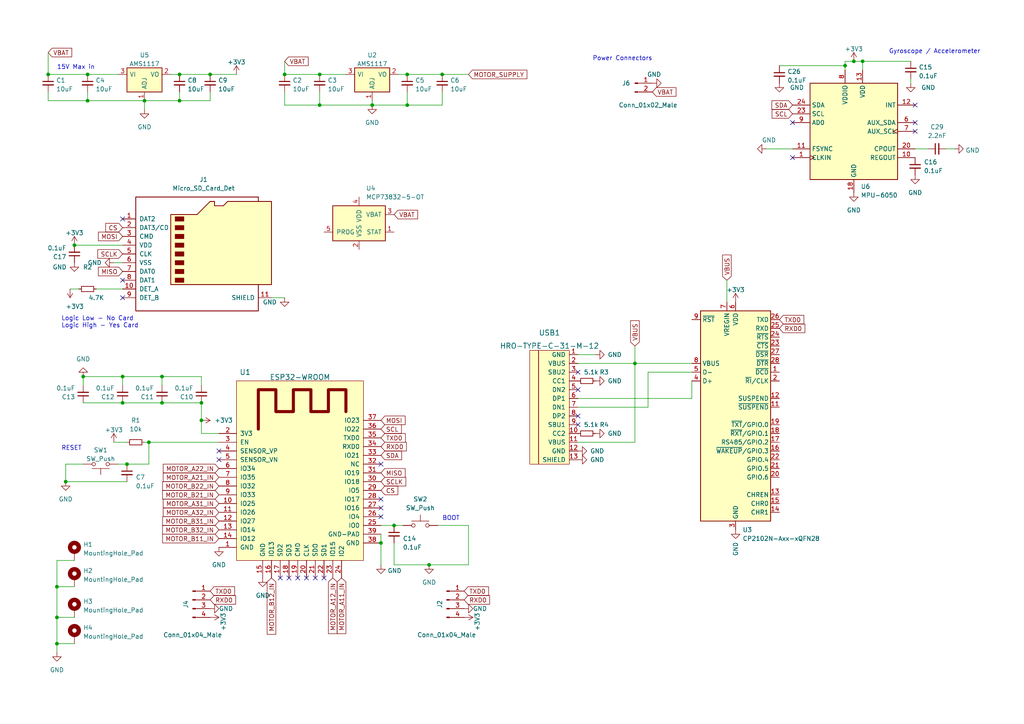
<source format=kicad_sch>
(kicad_sch (version 20211123) (generator eeschema)
  (paper "A4")
  (lib_symbols
    (symbol "Battery_Management:MCP73832-5-OT" (pin_names (offset 1.016))
      (property "Reference" "U" (at -7.62 6.35 0))
      (property "Value" "MCP73832-5-OT" (at 1.27 6.35 0))
      (symbol "MCP73832-5-OT_0_1"
        (rectangle (start -7.62 5.08) (end 7.62 -5.08) (stroke (width 0.254)) (fill (type background)))
      )
      (symbol "MCP73832-5-OT_1_1"
        (pin output line (at 10.16 -2.54 180) (length 2.54) (name "STAT") (number "1"))
        (pin power_in line (at 0 -7.62 90) (length 2.54) (name "VSS") (number "2"))
        (pin power_out line (at 10.16 2.54 180) (length 2.54) (name "VBAT") (number "3"))
        (pin power_in line (at 0 7.62 270) (length 2.54) (name "VDD") (number "4"))
        (pin input line (at -10.16 -2.54 0) (length 2.54) (name "PROG") (number "5"))
      )
    )
    (symbol "Connector:Conn_01x02_Male" (pin_names (offset 1.016) hide)
      (property "Reference" "J" (at 0 2.54 0))
      (property "Value" "Conn_01x02_Male" (at 0 -5.08 0))
      (symbol "Conn_01x02_Male_1_1"
        (polyline (pts (xy 1.27 -2.54) (xy 0.8636 -2.54)) (stroke (width 0.1524)))
        (polyline (pts (xy 1.27 0) (xy 0.8636 0)) (stroke (width 0.1524)))
        (rectangle (start 0.8636 -2.413) (end 0 -2.667) (stroke (width 0.1524)) (fill (type outline)))
        (rectangle (start 0.8636 0.127) (end 0 -0.127) (stroke (width 0.1524)) (fill (type outline)))
        (pin passive line (at 5.08 0 180) (length 3.81) (name "Pin_1") (number "1"))
        (pin passive line (at 5.08 -2.54 180) (length 3.81) (name "Pin_2") (number "2"))
      )
    )
    (symbol "Connector:Conn_01x04_Male" (pin_names (offset 1.016) hide)
      (property "Reference" "J" (at 0 5.08 0))
      (property "Value" "Conn_01x04_Male" (at 0 -7.62 0))
      (symbol "Conn_01x04_Male_1_1"
        (polyline (pts (xy 1.27 -5.08) (xy 0.8636 -5.08)) (stroke (width 0.1524)))
        (polyline (pts (xy 1.27 -2.54) (xy 0.8636 -2.54)) (stroke (width 0.1524)))
        (polyline (pts (xy 1.27 0) (xy 0.8636 0)) (stroke (width 0.1524)))
        (polyline (pts (xy 1.27 2.54) (xy 0.8636 2.54)) (stroke (width 0.1524)))
        (rectangle (start 0.8636 -4.953) (end 0 -5.207) (stroke (width 0.1524)) (fill (type outline)))
        (rectangle (start 0.8636 -2.413) (end 0 -2.667) (stroke (width 0.1524)) (fill (type outline)))
        (rectangle (start 0.8636 0.127) (end 0 -0.127) (stroke (width 0.1524)) (fill (type outline)))
        (rectangle (start 0.8636 2.667) (end 0 2.413) (stroke (width 0.1524)) (fill (type outline)))
        (pin passive line (at 5.08 2.54 180) (length 3.81) (name "Pin_1") (number "1"))
        (pin passive line (at 5.08 0 180) (length 3.81) (name "Pin_2") (number "2"))
        (pin passive line (at 5.08 -2.54 180) (length 3.81) (name "Pin_3") (number "3"))
        (pin passive line (at 5.08 -5.08 180) (length 3.81) (name "Pin_4") (number "4"))
      )
    )
    (symbol "Connector:Micro_SD_Card_Det" (pin_names (offset 1.016))
      (property "Reference" "J" (at -16.51 17.78 0))
      (property "Value" "Micro_SD_Card_Det" (at 16.51 17.78 0))
      (symbol "Micro_SD_Card_Det_0_1"
        (rectangle (start -7.62 -6.985) (end -5.08 -8.255) (fill (type outline)))
        (rectangle (start -7.62 -4.445) (end -5.08 -5.715) (fill (type outline)))
        (rectangle (start -7.62 -1.905) (end -5.08 -3.175) (fill (type outline)))
        (rectangle (start -7.62 0.635) (end -5.08 -0.635) (fill (type outline)))
        (rectangle (start -7.62 3.175) (end -5.08 1.905) (fill (type outline)))
        (rectangle (start -7.62 5.715) (end -5.08 4.445) (fill (type outline)))
        (rectangle (start -7.62 8.255) (end -5.08 6.985) (fill (type outline)))
        (rectangle (start -7.62 10.795) (end -5.08 9.525) (fill (type outline)))
        (polyline (pts (xy 16.51 15.24) (xy 16.51 16.51) (xy -19.05 16.51) (xy -19.05 -16.51) (xy 16.51 -16.51) (xy 16.51 -8.89)) (stroke (width 0.254)))
        (polyline (pts (xy -8.89 -8.89) (xy -8.89 11.43) (xy -1.27 11.43) (xy 2.54 15.24) (xy 3.81 15.24) (xy 3.81 13.97) (xy 6.35 13.97) (xy 7.62 15.24) (xy 20.32 15.24) (xy 20.32 -8.89) (xy -8.89 -8.89)) (stroke (width 0.254)) (fill (type background)))
      )
      (symbol "Micro_SD_Card_Det_1_1"
        (pin bidirectional line (at -22.86 10.16 0) (length 3.81) (name "DAT2") (number "1"))
        (pin passive line (at -22.86 -10.16 0) (length 3.81) (name "DET_A") (number "10"))
        (pin passive line (at 20.32 -12.7 180) (length 3.81) (name "SHIELD") (number "11"))
        (pin bidirectional line (at -22.86 7.62 0) (length 3.81) (name "DAT3/CD") (number "2"))
        (pin input line (at -22.86 5.08 0) (length 3.81) (name "CMD") (number "3"))
        (pin power_in line (at -22.86 2.54 0) (length 3.81) (name "VDD") (number "4"))
        (pin input line (at -22.86 0 0) (length 3.81) (name "CLK") (number "5"))
        (pin power_in line (at -22.86 -2.54 0) (length 3.81) (name "VSS") (number "6"))
        (pin bidirectional line (at -22.86 -5.08 0) (length 3.81) (name "DAT0") (number "7"))
        (pin bidirectional line (at -22.86 -7.62 0) (length 3.81) (name "DAT1") (number "8"))
        (pin passive line (at -22.86 -12.7 0) (length 3.81) (name "DET_B") (number "9"))
      )
    )
    (symbol "Device:C_Small" (pin_numbers hide) (pin_names (offset 0.254) hide)
      (property "Reference" "C" (at 0.254 1.778 0))
      (property "Value" "C_Small" (at 0.254 -2.032 0))
      (symbol "C_Small_0_1"
        (polyline (pts (xy -1.524 -0.508) (xy 1.524 -0.508)) (stroke (width 0.3302)))
        (polyline (pts (xy -1.524 0.508) (xy 1.524 0.508)) (stroke (width 0.3048)))
      )
      (symbol "C_Small_1_1"
        (pin passive line (at 0 2.54 270) (length 2.032) (name "~") (number "1"))
        (pin passive line (at 0 -2.54 90) (length 2.032) (name "~") (number "2"))
      )
    )
    (symbol "Device:R_Small" (pin_numbers hide) (pin_names (offset 0.254) hide)
      (property "Reference" "R" (at 0.762 0.508 0))
      (property "Value" "R_Small" (at 0.762 -1.016 0))
      (symbol "R_Small_0_1"
        (rectangle (start -0.762 1.778) (end 0.762 -1.778) (stroke (width 0.2032)))
      )
      (symbol "R_Small_1_1"
        (pin passive line (at 0 2.54 270) (length 0.762) (name "~") (number "1"))
        (pin passive line (at 0 -2.54 90) (length 0.762) (name "~") (number "2"))
      )
    )
    (symbol "ESP32-footprints-Shem-Lib:ESP32-WROOM" (pin_names (offset 1.016))
      (property "Reference" "U" (at -17.78 31.75 0))
      (property "Value" "ESP32-WROOM" (at 12.7 31.75 0))
      (symbol "ESP32-WROOM_0_1"
        (rectangle (start -19.05 30.48) (end 17.78 -21.59) (fill (type background)))
        (polyline (pts (xy -12.7 16.51) (xy -12.7 27.94) (xy -7.62 27.94) (xy -7.62 21.59) (xy -2.54 21.59) (xy -2.54 27.94) (xy 2.54 27.94) (xy 2.54 21.59) (xy 7.62 21.59) (xy 7.62 27.94) (xy 12.7 27.94) (xy 12.7 21.59)) (stroke (width 0.889)))
      )
      (symbol "ESP32-WROOM_1_1"
        (pin input line (at -24.13 -17.78 0) (length 5.08) (name "GND") (number "1"))
        (pin input line (at -24.13 -5.08 0) (length 5.08) (name "IO25") (number "10"))
        (pin input line (at -24.13 -7.62 0) (length 5.08) (name "IO26") (number "11"))
        (pin input line (at -24.13 -10.16 0) (length 5.08) (name "IO27") (number "12"))
        (pin input line (at -24.13 -12.7 0) (length 5.08) (name "IO14") (number "13"))
        (pin input line (at -24.13 -15.24 0) (length 5.08) (name "IO12") (number "14"))
        (pin input line (at -11.43 -26.67 90) (length 5.08) (name "GND") (number "15"))
        (pin input line (at -8.89 -26.67 90) (length 5.08) (name "IO13") (number "16"))
        (pin input line (at -6.35 -26.67 90) (length 5.08) (name "SD2") (number "17"))
        (pin input line (at -3.81 -26.67 90) (length 5.08) (name "SD3") (number "18"))
        (pin input line (at -1.27 -26.67 90) (length 5.08) (name "CMD") (number "19"))
        (pin input line (at -24.13 15.24 0) (length 5.08) (name "3V3") (number "2"))
        (pin input line (at 1.27 -26.67 90) (length 5.08) (name "CLK") (number "20"))
        (pin input line (at 3.81 -26.67 90) (length 5.08) (name "SDO") (number "21"))
        (pin input line (at 6.35 -26.67 90) (length 5.08) (name "SD1") (number "22"))
        (pin input line (at 8.89 -26.67 90) (length 5.08) (name "IO15") (number "23"))
        (pin input line (at 11.43 -26.67 90) (length 5.08) (name "IO2") (number "24"))
        (pin input line (at 22.86 -11.43 180) (length 5.08) (name "IO0") (number "25"))
        (pin input line (at 22.86 -8.89 180) (length 5.08) (name "IO4") (number "26"))
        (pin input line (at 22.86 -6.35 180) (length 5.08) (name "IO16") (number "27"))
        (pin input line (at 22.86 -3.81 180) (length 5.08) (name "IO17") (number "28"))
        (pin input line (at 22.86 -1.27 180) (length 5.08) (name "IO5") (number "29"))
        (pin input line (at -24.13 12.7 0) (length 5.08) (name "EN") (number "3"))
        (pin input line (at 22.86 1.27 180) (length 5.08) (name "IO18") (number "30"))
        (pin input line (at 22.86 3.81 180) (length 5.08) (name "IO19") (number "31"))
        (pin input line (at 22.86 6.35 180) (length 5.08) (name "NC") (number "32"))
        (pin input line (at 22.86 8.89 180) (length 5.08) (name "IO21") (number "33"))
        (pin input line (at 22.86 11.43 180) (length 5.08) (name "RXD0") (number "34"))
        (pin input line (at 22.86 13.97 180) (length 5.08) (name "TXD0") (number "35"))
        (pin input line (at 22.86 16.51 180) (length 5.08) (name "IO22") (number "36"))
        (pin input line (at 22.86 19.05 180) (length 5.08) (name "IO23") (number "37"))
        (pin input line (at 22.86 -16.51 180) (length 5.08) (name "GND") (number "38"))
        (pin input line (at 22.86 -13.97 180) (length 5.08) (name "GND-PAD") (number "39"))
        (pin input line (at -24.13 10.16 0) (length 5.08) (name "SENSOR_VP") (number "4"))
        (pin input line (at -24.13 7.62 0) (length 5.08) (name "SENSOR_VN") (number "5"))
        (pin input line (at -24.13 5.08 0) (length 5.08) (name "IO34") (number "6"))
        (pin input line (at -24.13 2.54 0) (length 5.08) (name "IO35") (number "7"))
        (pin input line (at -24.13 0 0) (length 5.08) (name "IO32") (number "8"))
        (pin input line (at -24.13 -2.54 0) (length 5.08) (name "IO33") (number "9"))
      )
    )
    (symbol "Interface_USB:CP2102N-Axx-xQFN28"
      (property "Reference" "U" (at -8.89 31.75 0))
      (property "Value" "CP2102N-Axx-xQFN28" (at 12.7 31.75 0))
      (symbol "CP2102N-Axx-xQFN28_0_1"
        (rectangle (start -10.16 30.48) (end 10.16 -30.48) (stroke (width 0.254)) (fill (type background)))
      )
      (symbol "CP2102N-Axx-xQFN28_1_1"
        (pin input line (at 12.7 12.7 180) (length 2.54) (name "~{DCD}") (number "1"))
        (pin no_connect line (at -10.16 -27.94 0) (length 2.54) hide (name "NC") (number "10"))
        (pin output line (at 12.7 2.54 180) (length 2.54) (name "~{SUSPEND}") (number "11"))
        (pin output line (at 12.7 5.08 180) (length 2.54) (name "SUSPEND") (number "12"))
        (pin output line (at 12.7 -22.86 180) (length 2.54) (name "CHREN") (number "13"))
        (pin output line (at 12.7 -27.94 180) (length 2.54) (name "CHR1") (number "14"))
        (pin output line (at 12.7 -25.4 180) (length 2.54) (name "CHR0") (number "15"))
        (pin bidirectional line (at 12.7 -10.16 180) (length 2.54) (name "~{WAKEUP}/GPIO.3") (number "16"))
        (pin bidirectional line (at 12.7 -7.62 180) (length 2.54) (name "RS485/GPIO.2") (number "17"))
        (pin bidirectional line (at 12.7 -5.08 180) (length 2.54) (name "~{RXT}/GPIO.1") (number "18"))
        (pin bidirectional line (at 12.7 -2.54 180) (length 2.54) (name "~{TXT}/GPIO.0") (number "19"))
        (pin bidirectional line (at 12.7 10.16 180) (length 2.54) (name "~{RI}/CLK") (number "2"))
        (pin bidirectional line (at 12.7 -17.78 180) (length 2.54) (name "GPIO.6") (number "20"))
        (pin bidirectional line (at 12.7 -15.24 180) (length 2.54) (name "GPIO.5") (number "21"))
        (pin bidirectional line (at 12.7 -12.7 180) (length 2.54) (name "GPIO.4") (number "22"))
        (pin input line (at 12.7 20.32 180) (length 2.54) (name "~{CTS}") (number "23"))
        (pin output line (at 12.7 22.86 180) (length 2.54) (name "~{RTS}") (number "24"))
        (pin input line (at 12.7 25.4 180) (length 2.54) (name "RXD") (number "25"))
        (pin output line (at 12.7 27.94 180) (length 2.54) (name "TXD") (number "26"))
        (pin input line (at 12.7 17.78 180) (length 2.54) (name "~{DSR}") (number "27"))
        (pin output line (at 12.7 15.24 180) (length 2.54) (name "~{DTR}") (number "28"))
        (pin passive line (at 0 -33.02 90) (length 2.54) hide (name "GND") (number "29"))
        (pin power_in line (at 0 -33.02 90) (length 2.54) (name "GND") (number "3"))
        (pin bidirectional line (at -12.7 10.16 0) (length 2.54) (name "D+") (number "4"))
        (pin bidirectional line (at -12.7 12.7 0) (length 2.54) (name "D-") (number "5"))
        (pin power_in line (at 0 33.02 270) (length 2.54) (name "VDD") (number "6"))
        (pin power_in line (at -2.54 33.02 270) (length 2.54) (name "VREGIN") (number "7"))
        (pin input line (at -12.7 15.24 0) (length 2.54) (name "VBUS") (number "8"))
        (pin input line (at -12.7 27.94 0) (length 2.54) (name "~{RST}") (number "9"))
      )
    )
    (symbol "Mechanical:MountingHole_Pad" (pin_numbers hide) (pin_names (offset 1.016) hide)
      (property "Reference" "H" (at 0 6.35 0))
      (property "Value" "MountingHole_Pad" (at 0 4.445 0))
      (symbol "MountingHole_Pad_0_1"
        (circle (center 0 1.27) (radius 1.27) (stroke (width 1.27)))
      )
      (symbol "MountingHole_Pad_1_1"
        (pin input line (at 0 -2.54 90) (length 2.54) (name "1") (number "1"))
      )
    )
    (symbol "Regulator_Linear:AMS1117" (pin_names (offset 0.762))
      (property "Reference" "U" (at -3.81 3.175 0))
      (property "Value" "AMS1117" (at 0 3.175 0))
      (symbol "AMS1117_0_1"
        (rectangle (start -5.08 -5.08) (end 5.08 1.905) (stroke (width 0.254)) (fill (type background)))
      )
      (symbol "AMS1117_1_1"
        (pin input line (at 0 -7.62 90) (length 2.54) (name "ADJ") (number "1"))
        (pin power_out line (at 7.62 0 180) (length 2.54) (name "VO") (number "2"))
        (pin power_in line (at -7.62 0 0) (length 2.54) (name "VI") (number "3"))
      )
    )
    (symbol "Sensor_Motion:MPU-6050"
      (property "Reference" "U" (at -11.43 13.97 0))
      (property "Value" "MPU-6050" (at 7.62 -15.24 0))
      (symbol "MPU-6050_0_0"
        (text "" (at 12.7 -2.54 0) (effects (font (size 1.27 1.27))))
      )
      (symbol "MPU-6050_0_1"
        (rectangle (start -12.7 13.97) (end 12.7 -13.97) (stroke (width 0.254)) (fill (type background)))
      )
      (symbol "MPU-6050_1_1"
        (pin input clock (at -17.78 -7.62 0) (length 5.08) (name "CLKIN") (number "1"))
        (pin passive line (at 17.78 -7.62 180) (length 5.08) (name "REGOUT") (number "10"))
        (pin input line (at -17.78 -5.08 0) (length 5.08) (name "FSYNC") (number "11"))
        (pin output line (at 17.78 7.62 180) (length 5.08) (name "INT") (number "12"))
        (pin power_in line (at 2.54 17.78 270) (length 3.81) (name "VDD") (number "13"))
        (pin no_connect line (at -12.7 -10.16 0) (length 2.54) hide (name "NC") (number "14"))
        (pin no_connect line (at 12.7 12.7 180) (length 2.54) hide (name "NC") (number "15"))
        (pin no_connect line (at 12.7 10.16 180) (length 2.54) hide (name "NC") (number "16"))
        (pin no_connect line (at 12.7 5.08 180) (length 2.54) hide (name "NC") (number "17"))
        (pin power_in line (at 0 -17.78 90) (length 3.81) (name "GND") (number "18"))
        (pin no_connect line (at 12.7 -10.16 180) (length 2.54) hide (name "NC") (number "19"))
        (pin no_connect line (at -12.7 12.7 0) (length 2.54) hide (name "NC") (number "2"))
        (pin passive line (at 17.78 -5.08 180) (length 5.08) (name "CPOUT") (number "20"))
        (pin no_connect line (at 12.7 -2.54 180) (length 2.54) hide (name "NC") (number "21"))
        (pin no_connect line (at 12.7 -12.7 180) (length 2.54) hide (name "NC") (number "22"))
        (pin input line (at -17.78 5.08 0) (length 5.08) (name "SCL") (number "23"))
        (pin bidirectional line (at -17.78 7.62 0) (length 5.08) (name "SDA") (number "24"))
        (pin no_connect line (at -12.7 10.16 0) (length 2.54) hide (name "NC") (number "3"))
        (pin no_connect line (at -12.7 0 0) (length 2.54) hide (name "NC") (number "4"))
        (pin no_connect line (at -12.7 -2.54 0) (length 2.54) hide (name "NC") (number "5"))
        (pin bidirectional line (at 17.78 2.54 180) (length 5.08) (name "AUX_SDA") (number "6"))
        (pin output clock (at 17.78 0 180) (length 5.08) (name "AUX_SCL") (number "7"))
        (pin power_in line (at -2.54 17.78 270) (length 3.81) (name "VDDIO") (number "8"))
        (pin input line (at -17.78 2.54 0) (length 5.08) (name "AD0") (number "9"))
      )
    )
    (symbol "Switch:SW_Push" (pin_numbers hide) (pin_names (offset 1.016) hide)
      (property "Reference" "SW" (at 1.27 2.54 0))
      (property "Value" "SW_Push" (at 0 -1.524 0))
      (symbol "SW_Push_0_1"
        (circle (center -2.032 0) (radius 0.508))
        (polyline (pts (xy 0 1.27) (xy 0 3.048)))
        (polyline (pts (xy 2.54 1.27) (xy -2.54 1.27)))
        (circle (center 2.032 0) (radius 0.508))
        (pin passive line (at -5.08 0 0) (length 2.54) (name "1") (number "1"))
        (pin passive line (at 5.08 0 180) (length 2.54) (name "2") (number "2"))
      )
    )
    (symbol "Type-C:HRO-TYPE-C-31-M-12" (pin_names (offset 1.016))
      (property "Reference" "USB" (at -5.08 16.51 0))
      (property "Value" "HRO-TYPE-C-31-M-12" (at -10.16 -1.27 90))
      (symbol "HRO-TYPE-C-31-M-12_0_1"
        (rectangle (start -11.43 15.24) (end -8.89 -17.78) (fill (type background)))
        (rectangle (start 0 -17.78) (end -8.89 15.24) (fill (type background)))
      )
      (symbol "HRO-TYPE-C-31-M-12_1_1"
        (pin input line (at 2.54 13.97 180) (length 2.54) (name "GND") (number "1"))
        (pin input line (at 2.54 -8.89 180) (length 2.54) (name "CC2") (number "10"))
        (pin input line (at 2.54 -11.43 180) (length 2.54) (name "VBUS") (number "11"))
        (pin input line (at 2.54 -13.97 180) (length 2.54) (name "GND") (number "12"))
        (pin input line (at 2.54 -16.51 180) (length 2.54) (name "SHIELD") (number "13"))
        (pin input line (at 2.54 11.43 180) (length 2.54) (name "VBUS") (number "2"))
        (pin input line (at 2.54 8.89 180) (length 2.54) (name "SBU2") (number "3"))
        (pin input line (at 2.54 6.35 180) (length 2.54) (name "CC1") (number "4"))
        (pin input line (at 2.54 3.81 180) (length 2.54) (name "DN2") (number "5"))
        (pin input line (at 2.54 1.27 180) (length 2.54) (name "DP1") (number "6"))
        (pin input line (at 2.54 -1.27 180) (length 2.54) (name "DN1") (number "7"))
        (pin input line (at 2.54 -3.81 180) (length 2.54) (name "DP2") (number "8"))
        (pin input line (at 2.54 -6.35 180) (length 2.54) (name "SBU1") (number "9"))
      )
    )
    (symbol "power:+3V3" (power) (pin_names (offset 0))
      (property "Value" "+3V3" (at 0 3.556 0))
      (symbol "+3V3_0_1"
        (polyline (pts (xy -0.762 1.27) (xy 0 2.54)))
        (polyline (pts (xy 0 0) (xy 0 2.54)))
        (polyline (pts (xy 0 2.54) (xy 0.762 1.27)))
      )
      (symbol "+3V3_1_1"
        (pin power_in line (at 0 0 90) (length 0) hide (name "+3V3") (number "1"))
      )
    )
    (symbol "power:GND" (power) (pin_names (offset 0))
      (property "Value" "GND" (at 0 -3.81 0))
      (symbol "GND_0_1"
        (polyline (pts (xy 0 0) (xy 0 -1.27) (xy 1.27 -1.27) (xy 0 -2.54) (xy -1.27 -1.27) (xy 0 -1.27)))
      )
      (symbol "GND_1_1"
        (pin power_in line (at 0 0 270) (length 0) hide (name "GND") (number "1"))
      )
    )
  )
  (junction (at 36.83 134.62))
  (junction (at 58.42 116.84))
  (junction (at 92.71 21.59))
  (junction (at 110.49 157.48))
  (junction (at 107.95 30.48))
  (junction (at 35.56 109.22))
  (junction (at 46.99 109.22))
  (junction (at 58.42 121.92))
  (junction (at 25.4 29.21))
  (junction (at 250.19 17.78))
  (junction (at 124.46 163.83))
  (junction (at 16.51 170.18))
  (junction (at 25.4 21.59))
  (junction (at 118.11 30.48))
  (junction (at 16.51 186.69))
  (junction (at 245.11 19.05))
  (junction (at 247.65 17.78))
  (junction (at 21.59 71.12))
  (junction (at 43.18 128.27))
  (junction (at 46.99 116.84))
  (junction (at 184.15 105.41))
  (junction (at 41.91 29.21))
  (junction (at 16.51 179.07))
  (junction (at 118.11 21.59))
  (junction (at 92.71 30.48))
  (junction (at 114.3 152.4))
  (junction (at 13.97 21.59))
  (junction (at 19.05 139.7))
  (junction (at 35.56 116.84))
  (junction (at 52.07 21.59))
  (junction (at 60.96 21.59))
  (junction (at 24.13 109.22))
  (junction (at 52.07 29.21))
  (junction (at 82.55 21.59))
  (junction (at 128.27 21.59))
  (no_connect (at 88.9 167.64))
  (no_connect (at 93.98 167.64))
  (no_connect (at 91.44 167.64))
  (no_connect (at 110.49 144.78))
  (no_connect (at 110.49 147.32))
  (no_connect (at 110.49 149.86))
  (no_connect (at 110.49 134.62))
  (no_connect (at 167.64 107.95))
  (no_connect (at 167.64 113.03))
  (no_connect (at 167.64 120.65))
  (no_connect (at 167.64 123.19))
  (no_connect (at 265.43 30.48))
  (no_connect (at 265.43 35.56))
  (no_connect (at 229.87 35.56))
  (no_connect (at 229.87 45.72))
  (no_connect (at 265.43 38.1))
  (no_connect (at 35.56 81.28))
  (no_connect (at 35.56 86.36))
  (no_connect (at 35.56 63.5))
  (no_connect (at 63.5 133.35))
  (no_connect (at 63.5 130.81))
  (no_connect (at 81.28 167.64))
  (no_connect (at 86.36 167.64))
  (no_connect (at 83.82 167.64))
  (wire (pts (xy 58.42 116.84) (xy 46.99 116.84)))
  (wire (pts (xy 118.11 21.59) (xy 128.27 21.59)))
  (wire (pts (xy 60.96 29.21) (xy 60.96 26.67)))
  (wire (pts (xy 128.27 26.67) (xy 128.27 30.48)))
  (wire (pts (xy 107.95 29.21) (xy 107.95 30.48)))
  (wire (pts (xy 135.89 163.83) (xy 124.46 163.83)))
  (wire (pts (xy 114.3 157.48) (xy 114.3 163.83)))
  (wire (pts (xy 92.71 21.59) (xy 100.33 21.59)))
  (wire (pts (xy 52.07 29.21) (xy 60.96 29.21)))
  (wire (pts (xy 21.59 71.12) (xy 35.56 71.12)))
  (wire (pts (xy 52.07 21.59) (xy 60.96 21.59)))
  (wire (pts (xy 128.27 30.48) (xy 118.11 30.48)))
  (wire (pts (xy 41.91 29.21) (xy 41.91 31.75)))
  (wire (pts (xy 245.11 17.78) (xy 245.11 19.05)))
  (wire (pts (xy 52.07 26.67) (xy 52.07 29.21)))
  (wire (pts (xy 36.83 134.62) (xy 43.18 134.62)))
  (wire (pts (xy 167.64 118.11) (xy 187.96 118.11)))
  (wire (pts (xy 247.65 17.78) (xy 245.11 17.78)))
  (wire (pts (xy 21.59 186.69) (xy 16.51 186.69)))
  (wire (pts (xy 127 152.4) (xy 135.89 152.4)))
  (wire (pts (xy 107.95 30.48) (xy 118.11 30.48)))
  (wire (pts (xy 60.96 21.59) (xy 68.58 21.59)))
  (wire (pts (xy 167.64 128.27) (xy 184.15 128.27)))
  (wire (pts (xy 19.05 134.62) (xy 24.13 134.62)))
  (wire (pts (xy 46.99 116.84) (xy 35.56 116.84)))
  (wire (pts (xy 43.18 134.62) (xy 43.18 128.27)))
  (wire (pts (xy 25.4 29.21) (xy 41.91 29.21)))
  (wire (pts (xy 46.99 111.76) (xy 46.99 109.22)))
  (wire (pts (xy 265.43 43.18) (xy 269.24 43.18)))
  (wire (pts (xy 49.53 21.59) (xy 52.07 21.59)))
  (wire (pts (xy 13.97 21.59) (xy 25.4 21.59)))
  (wire (pts (xy 187.96 107.95) (xy 200.66 107.95)))
  (wire (pts (xy 20.32 83.82) (xy 22.86 83.82)))
  (wire (pts (xy 21.59 170.18) (xy 16.51 170.18)))
  (wire (pts (xy 21.59 179.07) (xy 16.51 179.07)))
  (wire (pts (xy 210.82 81.28) (xy 210.82 87.63)))
  (wire (pts (xy 25.4 26.67) (xy 25.4 29.21)))
  (wire (pts (xy 46.99 109.22) (xy 35.56 109.22)))
  (wire (pts (xy 264.16 22.86) (xy 264.16 24.13)))
  (wire (pts (xy 167.64 115.57) (xy 200.66 115.57)))
  (wire (pts (xy 16.51 179.07) (xy 16.51 186.69)))
  (wire (pts (xy 92.71 30.48) (xy 92.71 26.67)))
  (wire (pts (xy 33.02 76.2) (xy 35.56 76.2)))
  (wire (pts (xy 167.64 105.41) (xy 184.15 105.41)))
  (wire (pts (xy 114.3 152.4) (xy 110.49 152.4)))
  (wire (pts (xy 35.56 109.22) (xy 24.13 109.22)))
  (wire (pts (xy 58.42 125.73) (xy 63.5 125.73)))
  (wire (pts (xy 16.51 162.56) (xy 16.51 170.18)))
  (wire (pts (xy 250.19 17.78) (xy 250.19 20.32)))
  (wire (pts (xy 82.55 30.48) (xy 92.71 30.48)))
  (wire (pts (xy 184.15 100.33) (xy 184.15 105.41)))
  (wire (pts (xy 58.42 109.22) (xy 46.99 109.22)))
  (wire (pts (xy 226.06 19.05) (xy 245.11 19.05)))
  (wire (pts (xy 58.42 121.92) (xy 58.42 125.73)))
  (wire (pts (xy 13.97 29.21) (xy 25.4 29.21)))
  (wire (pts (xy 128.27 21.59) (xy 135.89 21.59)))
  (wire (pts (xy 16.51 186.69) (xy 16.51 189.23)))
  (wire (pts (xy 24.13 111.76) (xy 24.13 109.22)))
  (wire (pts (xy 110.49 163.83) (xy 110.49 157.48)))
  (wire (pts (xy 247.65 17.78) (xy 250.19 17.78)))
  (wire (pts (xy 245.11 19.05) (xy 245.11 20.32)))
  (wire (pts (xy 82.55 21.59) (xy 92.71 21.59)))
  (wire (pts (xy 78.74 86.36) (xy 82.55 86.36)))
  (wire (pts (xy 82.55 17.78) (xy 82.55 21.59)))
  (wire (pts (xy 274.32 43.18) (xy 276.86 43.18)))
  (wire (pts (xy 114.3 163.83) (xy 124.46 163.83)))
  (wire (pts (xy 25.4 21.59) (xy 34.29 21.59)))
  (wire (pts (xy 19.05 139.7) (xy 36.83 139.7)))
  (wire (pts (xy 35.56 83.82) (xy 27.94 83.82)))
  (wire (pts (xy 184.15 105.41) (xy 200.66 105.41)))
  (wire (pts (xy 82.55 30.48) (xy 82.55 26.67)))
  (wire (pts (xy 184.15 128.27) (xy 184.15 105.41)))
  (wire (pts (xy 21.59 162.56) (xy 16.51 162.56)))
  (wire (pts (xy 33.02 128.27) (xy 36.83 128.27)))
  (wire (pts (xy 250.19 17.78) (xy 264.16 17.78)))
  (wire (pts (xy 13.97 26.67) (xy 13.97 29.21)))
  (wire (pts (xy 41.91 128.27) (xy 43.18 128.27)))
  (wire (pts (xy 13.97 15.24) (xy 13.97 21.59)))
  (wire (pts (xy 116.84 152.4) (xy 114.3 152.4)))
  (wire (pts (xy 92.71 30.48) (xy 107.95 30.48)))
  (wire (pts (xy 118.11 30.48) (xy 118.11 26.67)))
  (wire (pts (xy 200.66 115.57) (xy 200.66 110.49)))
  (wire (pts (xy 41.91 29.21) (xy 52.07 29.21)))
  (wire (pts (xy 110.49 154.94) (xy 110.49 157.48)))
  (wire (pts (xy 35.56 116.84) (xy 24.13 116.84)))
  (wire (pts (xy 135.89 152.4) (xy 135.89 163.83)))
  (wire (pts (xy 19.05 134.62) (xy 19.05 139.7)))
  (wire (pts (xy 58.42 116.84) (xy 58.42 121.92)))
  (wire (pts (xy 222.25 43.18) (xy 229.87 43.18)))
  (wire (pts (xy 16.51 170.18) (xy 16.51 179.07)))
  (wire (pts (xy 115.57 21.59) (xy 118.11 21.59)))
  (wire (pts (xy 187.96 118.11) (xy 187.96 107.95)))
  (wire (pts (xy 43.18 128.27) (xy 63.5 128.27)))
  (wire (pts (xy 167.64 102.87) (xy 172.72 102.87)))
  (wire (pts (xy 35.56 111.76) (xy 35.56 109.22)))
  (wire (pts (xy 34.29 134.62) (xy 36.83 134.62)))
  (wire (pts (xy 58.42 111.76) (xy 58.42 109.22)))
  (text "Gyroscope / Accelerometer\n\n" (at 257.81 17.78 0) (effects (font (size 1.27 1.27)) (justify left bottom)))
  (text "Notes: \n - 3.3 Operating voltage\n - Encoder circuit. \n - Use JST connector for battery\n - Need 8 motors. 4 per daughter board.\n - Make IMU in center\n - Each motor requires 6 lines\n\n \n\n\n" (at 10.16 0 0) (effects (font (size 1.27 1.27)) (justify left bottom)))
  (text "RESET\n" (at 17.78 130.81 0) (effects (font (size 1.27 1.27)) (justify left bottom)))
  (text "15V Max in\n" (at 16.51 20.32 0) (effects (font (size 1.27 1.27)) (justify left bottom)))
  (text "Logic Low - No Card\nLogic High - Yes Card\n" (at 17.78 95.25 0) (effects (font (size 1.27 1.27)) (justify left bottom)))
  (text "Power Connectors\n" (at 189.23 17.78 180) (effects (font (size 1.27 1.27)) (justify right bottom)))
  (text "BOOT" (at 128.27 151.13 0) (effects (font (size 1.27 1.27)) (justify left bottom)))
  (global_label "MOTOR_B11_IN" (shape input) (at 63.5 156.21 180) (property "Intersheet References" "${INTERSHEET_REFS}" (effects hide)))
  (global_label "SDA" (shape input) (at 110.49 132.08 0) (property "Intersheet References" "${INTERSHEET_REFS}" (effects hide)))
  (global_label "VBAT" (shape input) (at 114.3 62.23 0) (property "Intersheet References" "${INTERSHEET_REFS}" (effects hide)))
  (global_label "MOTOR_A12_IN" (shape input) (at 96.52 167.64 270) (property "Intersheet References" "${INTERSHEET_REFS}" (effects hide)))
  (global_label "MOTOR_A11_IN" (shape input) (at 99.06 167.64 270) (property "Intersheet References" "${INTERSHEET_REFS}" (effects hide)))
  (global_label "MOTOR_B32_IN" (shape input) (at 63.5 153.67 180) (property "Intersheet References" "${INTERSHEET_REFS}" (effects hide)))
  (global_label "MOTOR_A32_IN" (shape input) (at 63.5 148.59 180) (property "Intersheet References" "${INTERSHEET_REFS}" (effects hide)))
  (global_label "SCL" (shape input) (at 110.49 124.46 0) (property "Intersheet References" "${INTERSHEET_REFS}" (effects hide)))
  (global_label "MOTOR_A31_IN" (shape input) (at 63.5 146.05 180) (property "Intersheet References" "${INTERSHEET_REFS}" (effects hide)))
  (global_label "RXD0" (shape input) (at 226.06 95.25 0) (property "Intersheet References" "${INTERSHEET_REFS}" (effects hide)))
  (global_label "SCLK" (shape input) (at 35.56 73.66 180) (property "Intersheet References" "${INTERSHEET_REFS}" (effects hide)))
  (global_label "SCL" (shape input) (at 229.87 33.02 180) (property "Intersheet References" "${INTERSHEET_REFS}" (effects hide)))
  (global_label "CS" (shape input) (at 110.49 142.24 0) (property "Intersheet References" "${INTERSHEET_REFS}" (effects hide)))
  (global_label "VBUS" (shape input) (at 184.15 100.33 90) (property "Intersheet References" "${INTERSHEET_REFS}" (effects hide)))
  (global_label "TXD0" (shape input) (at 110.49 127 0) (property "Intersheet References" "${INTERSHEET_REFS}" (effects hide)))
  (global_label "VBUS" (shape input) (at 210.82 81.28 90) (property "Intersheet References" "${INTERSHEET_REFS}" (effects hide)))
  (global_label "MOTOR_SUPPLY" (shape input) (at 135.89 21.59 0) (property "Intersheet References" "${INTERSHEET_REFS}" (effects hide)))
  (global_label "MISO" (shape input) (at 35.56 78.74 180) (property "Intersheet References" "${INTERSHEET_REFS}" (effects hide)))
  (global_label "VBAT" (shape input) (at 189.23 26.67 0) (property "Intersheet References" "${INTERSHEET_REFS}" (effects hide)))
  (global_label "MOTOR_A21_IN" (shape input) (at 63.5 138.43 180) (property "Intersheet References" "${INTERSHEET_REFS}" (effects hide)))
  (global_label "MOTOR_B12_IN" (shape input) (at 78.74 167.64 270) (property "Intersheet References" "${INTERSHEET_REFS}" (effects hide)))
  (global_label "SCLK" (shape input) (at 110.49 139.7 0) (property "Intersheet References" "${INTERSHEET_REFS}" (effects hide)))
  (global_label "MOTOR_B31_IN" (shape input) (at 63.5 151.13 180) (property "Intersheet References" "${INTERSHEET_REFS}" (effects hide)))
  (global_label "RXD0" (shape input) (at 110.49 129.54 0) (property "Intersheet References" "${INTERSHEET_REFS}" (effects hide)))
  (global_label "SDA" (shape input) (at 229.87 30.48 180) (property "Intersheet References" "${INTERSHEET_REFS}" (effects hide)))
  (global_label "RXD0" (shape input) (at 134.62 173.99 0) (property "Intersheet References" "${INTERSHEET_REFS}" (effects hide)))
  (global_label "CS" (shape input) (at 35.56 66.04 180) (property "Intersheet References" "${INTERSHEET_REFS}" (effects hide)))
  (global_label "MOTOR_B21_IN" (shape input) (at 63.5 143.51 180) (property "Intersheet References" "${INTERSHEET_REFS}" (effects hide)))
  (global_label "MOSI" (shape input) (at 35.56 68.58 180) (property "Intersheet References" "${INTERSHEET_REFS}" (effects hide)))
  (global_label "MISO" (shape input) (at 110.49 137.16 0) (property "Intersheet References" "${INTERSHEET_REFS}" (effects hide)))
  (global_label "MOTOR_B22_IN" (shape input) (at 63.5 140.97 180) (property "Intersheet References" "${INTERSHEET_REFS}" (effects hide)))
  (global_label "MOSI" (shape input) (at 110.49 121.92 0) (property "Intersheet References" "${INTERSHEET_REFS}" (effects hide)))
  (global_label "RXD0" (shape input) (at 60.96 173.99 0) (property "Intersheet References" "${INTERSHEET_REFS}" (effects hide)))
  (global_label "TXD0" (shape input) (at 134.62 171.45 0) (property "Intersheet References" "${INTERSHEET_REFS}" (effects hide)))
  (global_label "VBAT" (shape input) (at 13.97 15.24 0) (property "Intersheet References" "${INTERSHEET_REFS}" (effects hide)))
  (global_label "MOTOR_A22_IN" (shape input) (at 63.5 135.89 180) (property "Intersheet References" "${INTERSHEET_REFS}" (effects hide)))
  (global_label "TXD0" (shape input) (at 226.06 92.71 0) (property "Intersheet References" "${INTERSHEET_REFS}" (effects hide)))
  (global_label "TXD0" (shape input) (at 60.96 171.45 0) (property "Intersheet References" "${INTERSHEET_REFS}" (effects hide)))
  (global_label "VBAT" (shape input) (at 82.55 17.78 0) (property "Intersheet References" "${INTERSHEET_REFS}" (effects hide)))
  (symbol (lib_id "power:+3V3") (at 20.32 83.82 180) (unit 1)
    (property "Reference" "#PWR0101" (effects hide))
    (property "Value" "+3V3" (at 19.05 88.9 0) (effects (justify right)))
  )
  (symbol (lib_id "Device:C_Small") (at 271.78 43.18 90) (unit 1)
    (property "Reference" "C29" (at 271.7863 36.83 90))
    (property "Value" "2.2nF" (at 271.7863 39.37 90))
    (property "Footprint" "Capacitor_SMD:C_0603_1608Metric" (effects hide))
  )
  (symbol (lib_id "power:GND") (at 63.5 158.75 0) (unit 1)
    (property "Reference" "#PWR0113" (effects hide))
    (property "Value" "GND" (at 63.5 163.83 0))
  )
  (symbol (lib_id "Switch:SW_Push") (at 29.21 134.62 180) (unit 1)
    (property "Reference" "SW1" (at 29.21 130.5392 0))
    (property "Value" "SW_Push" (at 29.21 133.0761 0))
    (property "Footprint" "Button_Switch_SMD:SW_SPST_EVPBF" (effects hide))
  )
  (symbol (lib_id "power:GND") (at 82.55 86.36 0) (unit 1)
    (property "Reference" "#PWR0106" (effects hide))
    (property "Value" "GND" (at 76.2 87.63 0) (effects (justify left)))
  )
  (symbol (lib_id "Sensor_Motion:MPU-6050") (at 247.65 38.1 0) (unit 1)
    (property "Reference" "U6" (at 249.6694 54.1004 0) (effects (justify left)))
    (property "Value" "MPU-6050" (at 249.6694 56.6373 0) (effects (justify left)))
    (property "Footprint" "Sensor_Motion:InvenSense_QFN-24_4x4mm_P0.5mm" (effects hide))
    (property "Datasheet" "https://store.invensense.com/datasheets/invensense/MPU-6050_DataSheet_V3%204.pdf" (effects hide))
  )
  (symbol (lib_id "Device:C_Small") (at 52.07 24.13 0) (unit 1)
    (property "Reference" "C8" (at 54.3941 23.3016 0) (effects (justify left)))
    (property "Value" "10uF" (at 54.3941 25.8385 0) (effects (justify left)))
    (property "Footprint" "Capacitor_SMD:C_0603_1608Metric" (effects hide))
  )
  (symbol (lib_id "power:+3V3") (at 247.65 17.78 0) (unit 1)
    (property "Reference" "#PWR0122" (effects hide))
    (property "Value" "+3V3" (at 247.65 14.2042 0))
  )
  (symbol (lib_id "power:GND") (at 110.49 163.83 0) (unit 1)
    (property "Reference" "#PWR0115" (effects hide))
    (property "Value" "GND" (at 112.395 165.5338 0) (effects (justify left)))
  )
  (symbol (lib_id "Connector:Conn_01x04_Male") (at 129.54 173.99 0) (unit 1)
    (property "Reference" "J2" (at 127.5604 175.26 90))
    (property "Value" "Conn_01x04_Male" (at 129.54 184.15 0))
    (property "Footprint" "Connector_PinHeader_2.54mm:PinHeader_1x04_P2.54mm_Vertical" (effects hide))
  )
  (symbol (lib_id "Device:R_Small") (at 170.18 110.49 90) (unit 1)
    (property "Reference" "R3" (at 175.26 107.95 90))
    (property "Value" "5.1k" (at 171.45 107.95 90))
    (property "Footprint" "Resistor_SMD:R_0603_1608Metric_Pad0.98x0.95mm_HandSolder" (effects hide))
  )
  (symbol (lib_id "Device:C_Small") (at 265.43 48.26 0) (unit 1)
    (property "Reference" "C16" (at 267.97 46.9962 0) (effects (justify left)))
    (property "Value" "0.1uF" (at 267.97 49.5362 0) (effects (justify left)))
    (property "Footprint" "Capacitor_SMD:C_0603_1608Metric" (effects hide))
  )
  (symbol (lib_id "Regulator_Linear:AMS1117") (at 41.91 21.59 0) (unit 1)
    (property "Reference" "U5" (at 41.91 15.9852 0))
    (property "Value" "AMS1117" (at 41.91 18.5221 0))
    (property "Footprint" "Package_TO_SOT_SMD:SOT-223-3_TabPin2" (effects hide))
    (property "Datasheet" "http://www.advanced-monolithic.com/pdf/ds1117.pdf" (effects hide))
  )
  (symbol (lib_id "power:GND") (at 172.72 125.73 90) (unit 1)
    (property "Reference" "#PWR0133" (effects hide))
    (property "Value" "GND" (at 180.34 125.73 90) (effects (justify left)))
  )
  (symbol (lib_id "Device:C_Small") (at 128.27 24.13 0) (unit 1)
    (property "Reference" "C6" (at 130.5941 23.3016 0) (effects (justify left)))
    (property "Value" "10uF" (at 130.5941 25.8385 0) (effects (justify left)))
    (property "Footprint" "Capacitor_SMD:C_0603_1608Metric" (effects hide))
  )
  (symbol (lib_id "Device:R_Small") (at 170.18 125.73 90) (unit 1)
    (property "Reference" "R4" (at 175.26 123.19 90))
    (property "Value" "5.1k" (at 171.45 123.19 90))
    (property "Footprint" "Resistor_SMD:R_0603_1608Metric_Pad0.98x0.95mm_HandSolder" (effects hide))
  )
  (symbol (lib_id "power:GND") (at 264.16 24.13 0) (unit 1)
    (property "Reference" "#PWR0123" (effects hide))
    (property "Value" "GND" (at 269.24 25.4 0))
  )
  (symbol (lib_id "power:+3V3") (at 33.02 128.27 0) (unit 1)
    (property "Reference" "#PWR0109" (effects hide))
    (property "Value" "+3V3" (at 33.02 124.6942 0))
  )
  (symbol (lib_id "power:GND") (at 189.23 24.13 90) (unit 1)
    (property "Reference" "#PWR0120" (effects hide))
    (property "Value" "GND" (at 191.77 21.59 90) (effects (justify left)))
  )
  (symbol (lib_id "power:GND") (at 247.65 55.88 0) (unit 1)
    (property "Reference" "#PWR0126" (effects hide))
    (property "Value" "GND" (at 247.65 60.96 0))
  )
  (symbol (lib_id "Device:C_Small") (at 13.97 24.13 0) (unit 1)
    (property "Reference" "C1" (at 16.2941 23.3016 0) (effects (justify left)))
    (property "Value" "10uF" (at 16.2941 25.8385 0) (effects (justify left)))
    (property "Footprint" "Capacitor_SMD:C_0603_1608Metric" (effects hide))
  )
  (symbol (lib_id "power:GND") (at 76.2 167.64 0) (unit 1)
    (property "Reference" "#PWR0114" (effects hide))
    (property "Value" "GND" (at 76.2 172.72 0))
  )
  (symbol (lib_id "power:+3V3") (at 58.42 121.92 270) (unit 1)
    (property "Reference" "#PWR0131" (effects hide))
    (property "Value" "+3V3" (at 62.23 121.9199 90) (effects (justify left)))
  )
  (symbol (lib_id "power:+3V3") (at 21.59 71.12 0) (unit 1)
    (property "Reference" "#PWR0107" (effects hide))
    (property "Value" "+3V3" (at 21.59 67.5442 0))
  )
  (symbol (lib_id "Device:C_Small") (at 92.71 24.13 0) (unit 1)
    (property "Reference" "C3" (at 95.0341 23.3016 0) (effects (justify left)))
    (property "Value" "10uF" (at 95.0341 25.8385 0) (effects (justify left)))
    (property "Footprint" "Capacitor_SMD:C_0603_1608Metric" (effects hide))
  )
  (symbol (lib_id "power:GND") (at 24.13 109.22 180) (unit 1)
    (property "Reference" "#PWR0117" (effects hide))
    (property "Value" "GND" (at 24.13 104.14 0))
  )
  (symbol (lib_id "Type-C:HRO-TYPE-C-31-M-12") (at 165.1 116.84 0) (unit 1)
    (property "Reference" "USB1" (at 159.385 96.52 0) (effects (font (size 1.524 1.524))))
    (property "Value" "HRO-TYPE-C-31-M-12" (at 159.385 100.33 0) (effects (font (size 1.524 1.524))))
    (property "Footprint" "Type-C:HRO-TYPE-C-31-M-12" (effects hide))
  )
  (symbol (lib_id "Mechanical:MountingHole_Pad") (at 21.59 167.64 0) (unit 1)
    (property "Reference" "H2" (at 24.13 165.5353 0) (effects (justify left)))
    (property "Value" "MountingHole_Pad" (at 24.13 168.0722 0) (effects (justify left)))
    (property "Footprint" "MountingHole:MountingHole_2.2mm_M2_DIN965_Pad" (effects hide))
  )
  (symbol (lib_id "power:GND") (at 21.59 76.2 0) (unit 1)
    (property "Reference" "#PWR0102" (effects hide))
    (property "Value" "GND" (at 15.24 77.47 0) (effects (justify left)))
  )
  (symbol (lib_id "Device:C_Small") (at 36.83 137.16 0) (unit 1)
    (property "Reference" "C7" (at 39.37 138.43 0) (effects (justify left)))
    (property "Value" "0.1uF" (at 39.37 140.97 0) (effects (justify left)))
    (property "Footprint" "Capacitor_SMD:C_0603_1608Metric" (effects hide))
  )
  (symbol (lib_id "Device:C_Small") (at 82.55 24.13 0) (unit 1)
    (property "Reference" "C2" (at 84.8741 23.3016 0) (effects (justify left)))
    (property "Value" "10uF" (at 84.8741 25.8385 0) (effects (justify left)))
    (property "Footprint" "Capacitor_SMD:C_0603_1608Metric" (effects hide))
  )
  (symbol (lib_id "Device:C_Small") (at 21.59 73.66 180) (unit 1)
    (property "Reference" "C17" (at 19.2659 74.4884 0) (effects (justify left)))
    (property "Value" "0.1uF" (at 19.2659 71.9515 0) (effects (justify left)))
    (property "Footprint" "Capacitor_SMD:C_0603_1608Metric" (effects hide))
  )
  (symbol (lib_id "Interface_USB:CP2102N-Axx-xQFN28") (at 213.36 120.65 0) (unit 1)
    (property "Reference" "U3" (at 215.3794 153.67 0) (effects (justify left)))
    (property "Value" "CP2102N-Axx-xQFN28" (at 215.3794 156.21 0) (effects (justify left)))
    (property "Footprint" "Package_DFN_QFN:QFN-28-1EP_5x5mm_P0.5mm_EP3.35x3.35mm" (effects hide))
    (property "Datasheet" "https://www.silabs.com/documents/public/data-sheets/cp2102n-datasheet.pdf" (effects hide))
  )
  (symbol (lib_id "ESP32-footprints-Shem-Lib:ESP32-WROOM") (at 87.63 140.97 0) (unit 1)
    (property "Reference" "U1" (at 71.12 107.95 0) (effects (font (size 1.524 1.524))))
    (property "Value" "ESP32-WROOM" (at 86.995 109.3993 0) (effects (font (size 1.524 1.524))))
    (property "Footprint" "ESP32-footprints-Lib:ESP32-WROOM" (effects hide))
  )
  (symbol (lib_id "power:+3V3") (at 213.36 87.63 0) (unit 1)
    (property "Reference" "#PWR0116" (effects hide))
    (property "Value" "+3V3" (at 213.36 84.0542 0))
  )
  (symbol (lib_id "Mechanical:MountingHole_Pad") (at 21.59 160.02 0) (unit 1)
    (property "Reference" "H1" (at 24.13 157.9153 0) (effects (justify left)))
    (property "Value" "MountingHole_Pad" (at 24.13 160.4522 0) (effects (justify left)))
    (property "Footprint" "MountingHole:MountingHole_2.2mm_M2_DIN965_Pad" (effects hide))
  )
  (symbol (lib_id "Device:C_Small") (at 25.4 24.13 0) (unit 1)
    (property "Reference" "C4" (at 27.7241 23.3016 0) (effects (justify left)))
    (property "Value" "10uF" (at 27.7241 25.8385 0) (effects (justify left)))
    (property "Footprint" "Capacitor_SMD:C_0603_1608Metric" (effects hide))
  )
  (symbol (lib_id "Device:C_Small") (at 60.96 24.13 0) (unit 1)
    (property "Reference" "C9" (at 63.2841 23.3016 0) (effects (justify left)))
    (property "Value" "10uF" (at 63.2841 25.8385 0) (effects (justify left)))
    (property "Footprint" "Capacitor_SMD:C_0603_1608Metric" (effects hide))
  )
  (symbol (lib_id "power:GND") (at 167.64 133.35 90) (unit 1)
    (property "Reference" "#PWR0132" (effects hide))
    (property "Value" "GND" (at 175.26 133.35 90) (effects (justify left)))
  )
  (symbol (lib_id "power:GND") (at 265.43 50.8 0) (unit 1)
    (property "Reference" "#PWR0124" (effects hide))
    (property "Value" "GND" (at 265.43 55.88 0))
  )
  (symbol (lib_id "power:GND") (at 172.72 102.87 90) (unit 1)
    (property "Reference" "#PWR0128" (effects hide))
    (property "Value" "GND" (at 180.34 102.87 90) (effects (justify left)))
  )
  (symbol (lib_id "Connector:Conn_01x02_Male") (at 184.15 24.13 0) (unit 1)
    (property "Reference" "J6" (at 181.61 24.13 0))
    (property "Value" "Conn_01x02_Male" (at 187.96 30.48 0))
    (property "Footprint" "adafruit:JST-PH-2-SMT-RA" (effects hide))
  )
  (symbol (lib_id "Connector:Micro_SD_Card_Det") (at 58.42 73.66 0) (unit 1)
    (property "Reference" "J1" (at 59.055 52.07 0))
    (property "Value" "Micro_SD_Card_Det" (at 59.055 54.61 0))
    (property "Footprint" "Connector_Card:microSD_HC_Molex_104031-0811" (effects hide))
    (property "Datasheet" "https://www.hirose.com/product/en/download_file/key_name/DM3/category/Catalog/doc_file_id/49662/?file_category_id=4&item_id=195&is_series=1" (effects hide))
  )
  (symbol (lib_id "Battery_Management:MCP73832-5-OT") (at 104.14 64.77 0) (unit 1)
    (property "Reference" "U4" (at 106.1594 54.61 0) (effects (justify left)))
    (property "Value" "MCP73832-5-OT" (at 106.1594 57.15 0) (effects (justify left)))
    (property "Footprint" "Package_TO_SOT_SMD:SOT-23-5" (effects hide))
    (property "Datasheet" "http://ww1.microchip.com/downloads/en/DeviceDoc/20001984g.pdf" (effects hide))
  )
  (symbol (lib_id "power:GND") (at 167.64 130.81 90) (unit 1)
    (property "Reference" "#PWR0130" (effects hide))
    (property "Value" "GND" (at 175.26 130.81 90) (effects (justify left)))
  )
  (symbol (lib_id "Device:R_Small") (at 39.37 128.27 90) (unit 1)
    (property "Reference" "R1" (at 39.37 121.92 90))
    (property "Value" "10k" (at 39.37 124.46 90))
    (property "Footprint" "Resistor_SMD:R_0603_1608Metric_Pad0.98x0.95mm_HandSolder" (effects hide))
  )
  (symbol (lib_id "power:GND") (at 213.36 153.67 0) (unit 1)
    (property "Reference" "#PWR0118" (effects hide))
    (property "Value" "GND" (at 213.36 161.29 90) (effects (justify left)))
  )
  (symbol (lib_id "power:GND") (at 172.72 110.49 90) (unit 1)
    (property "Reference" "#PWR0129" (effects hide))
    (property "Value" "GND" (at 180.34 110.49 90) (effects (justify left)))
  )
  (symbol (lib_id "power:GND") (at 41.91 31.75 0) (unit 1)
    (property "Reference" "#PWR0105" (effects hide))
    (property "Value" "GND" (at 41.91 36.83 0))
  )
  (symbol (lib_id "Connector:Conn_01x04_Male") (at 55.88 173.99 0) (unit 1)
    (property "Reference" "J4" (at 53.9004 175.26 90))
    (property "Value" "Conn_01x04_Male" (at 55.88 184.15 0))
    (property "Footprint" "Connector_PinHeader_2.54mm:PinHeader_1x04_P2.54mm_Vertical" (effects hide))
  )
  (symbol (lib_id "power:GND") (at 226.06 24.13 0) (unit 1)
    (property "Reference" "#PWR0142" (effects hide))
    (property "Value" "GND" (at 231.14 25.4 0))
  )
  (symbol (lib_id "Mechanical:MountingHole_Pad") (at 21.59 176.53 0) (unit 1)
    (property "Reference" "H3" (at 24.13 174.4253 0) (effects (justify left)))
    (property "Value" "MountingHole_Pad" (at 24.13 176.9622 0) (effects (justify left)))
    (property "Footprint" "MountingHole:MountingHole_2.2mm_M2_DIN965_Pad" (effects hide))
  )
  (symbol (lib_id "Device:C_Small") (at 118.11 24.13 0) (unit 1)
    (property "Reference" "C5" (at 120.4341 23.3016 0) (effects (justify left)))
    (property "Value" "10uF" (at 120.4341 25.8385 0) (effects (justify left)))
    (property "Footprint" "Capacitor_SMD:C_0603_1608Metric" (effects hide))
  )
  (symbol (lib_id "Device:C_Small") (at 114.3 154.94 0) (unit 1)
    (property "Reference" "C14" (at 116.84 156.21 0) (effects (justify left)))
    (property "Value" "0.1uF" (at 116.84 158.75 0) (effects (justify left)))
    (property "Footprint" "Capacitor_SMD:C_0603_1608Metric" (effects hide))
  )
  (symbol (lib_id "power:GND") (at 16.51 189.23 0) (unit 1)
    (property "Reference" "#PWR0103" (effects hide))
    (property "Value" "GND" (at 16.51 194.31 0))
  )
  (symbol (lib_id "Device:R_Small") (at 25.4 83.82 90) (unit 1)
    (property "Reference" "R2" (at 25.4 77.47 90))
    (property "Value" "4.7K" (at 27.94 86.36 90))
    (property "Footprint" "Resistor_SMD:R_0603_1608Metric" (effects hide))
  )
  (symbol (lib_id "power:GND") (at 19.05 139.7 0) (unit 1)
    (property "Reference" "#PWR0108" (effects hide))
    (property "Value" "GND" (at 19.05 144.78 0))
  )
  (symbol (lib_id "power:+3V3") (at 60.96 179.07 270) (unit 1)
    (property "Reference" "#PWR0127" (effects hide))
    (property "Value" "+3V3" (at 64.77 180.34 0))
  )
  (symbol (lib_id "Mechanical:MountingHole_Pad") (at 21.59 184.15 0) (unit 1)
    (property "Reference" "H4" (at 24.13 182.0453 0) (effects (justify left)))
    (property "Value" "MountingHole_Pad" (at 24.13 184.5822 0) (effects (justify left)))
    (property "Footprint" "MountingHole:MountingHole_2.2mm_M2_DIN965_Pad" (effects hide))
  )
  (symbol (lib_id "Switch:SW_Push") (at 121.92 152.4 0) (unit 1)
    (property "Reference" "SW2" (at 121.92 144.78 0))
    (property "Value" "SW_Push" (at 121.92 147.32 0))
    (property "Footprint" "Button_Switch_SMD:SW_SPST_EVPBF" (effects hide))
  )
  (symbol (lib_id "power:GND") (at 107.95 30.48 0) (unit 1)
    (property "Reference" "#PWR0119" (effects hide))
    (property "Value" "GND" (at 107.95 35.56 0))
  )
  (symbol (lib_id "Device:C_Small") (at 35.56 114.3 180) (unit 1)
    (property "Reference" "C12" (at 33.2359 115.1284 0) (effects (justify left)))
    (property "Value" "0.1uF" (at 33.2359 112.5915 0) (effects (justify left)))
    (property "Footprint" "Capacitor_SMD:C_0603_1608Metric" (effects hide))
  )
  (symbol (lib_id "power:GND") (at 134.62 176.53 90) (unit 1)
    (property "Reference" "#PWR0135" (effects hide))
    (property "Value" "GND" (at 137.16 176.53 90) (effects (justify right)))
  )
  (symbol (lib_id "Device:C_Small") (at 46.99 114.3 180) (unit 1)
    (property "Reference" "C11" (at 44.6659 115.1284 0) (effects (justify left)))
    (property "Value" "0.1uF" (at 44.6659 112.5915 0) (effects (justify left)))
    (property "Footprint" "Capacitor_SMD:C_0603_1608Metric" (effects hide))
  )
  (symbol (lib_id "power:+3V3") (at 134.62 179.07 270) (unit 1)
    (property "Reference" "#PWR0134" (effects hide))
    (property "Value" "+3V3" (at 138.43 180.34 0))
  )
  (symbol (lib_id "power:GND") (at 124.46 163.83 0) (unit 1)
    (property "Reference" "#PWR0111" (effects hide))
    (property "Value" "GND" (at 124.46 168.91 0))
  )
  (symbol (lib_id "Device:C_Small") (at 226.06 21.59 0) (unit 1)
    (property "Reference" "C26" (at 228.3841 20.7616 0) (effects (justify left)))
    (property "Value" "0.1uF" (at 228.3841 23.2985 0) (effects (justify left)))
    (property "Footprint" "Capacitor_SMD:C_0603_1608Metric" (effects hide))
  )
  (symbol (lib_id "power:GND") (at 222.25 43.18 270) (unit 1)
    (property "Reference" "#PWR0121" (effects hide))
    (property "Value" "GND" (at 220.98 40.64 90) (effects (justify left)))
  )
  (symbol (lib_id "Device:C_Small") (at 24.13 114.3 180) (unit 1)
    (property "Reference" "C13" (at 21.8059 115.1284 0) (effects (justify left)))
    (property "Value" "0.1uF" (at 21.8059 112.5915 0) (effects (justify left)))
    (property "Footprint" "Capacitor_SMD:C_0603_1608Metric" (effects hide))
  )
  (symbol (lib_id "power:+3V3") (at 68.58 21.59 0) (unit 1)
    (property "Reference" "#PWR0110" (effects hide))
    (property "Value" "+3V3" (at 68.58 18.0142 0))
  )
  (symbol (lib_id "power:GND") (at 276.86 43.18 90) (unit 1)
    (property "Reference" "#PWR0125" (effects hide))
    (property "Value" "GND" (at 280.035 43.6138 90) (effects (justify right)))
  )
  (symbol (lib_id "Regulator_Linear:AMS1117") (at 107.95 21.59 0) (unit 1)
    (property "Reference" "U2" (at 107.95 15.9852 0))
    (property "Value" "AMS1117" (at 107.95 18.5221 0))
    (property "Footprint" "Package_TO_SOT_SMD:SOT-223-3_TabPin2" (effects hide))
    (property "Datasheet" "http://www.advanced-monolithic.com/pdf/ds1117.pdf" (effects hide))
  )
  (symbol (lib_id "power:GND") (at 60.96 176.53 90) (unit 1)
    (property "Reference" "#PWR0112" (effects hide))
    (property "Value" "GND" (at 63.5 176.53 90) (effects (justify right)))
  )
  (symbol (lib_id "power:GND") (at 33.02 76.2 270) (unit 1)
    (property "Reference" "#PWR0104" (effects hide))
    (property "Value" "GND" (at 25.4 76.2 90) (effects (justify left)))
  )
  (symbol (lib_id "Device:C_Small") (at 264.16 20.32 0) (unit 1)
    (property "Reference" "C15" (at 266.4841 19.4916 0) (effects (justify left)))
    (property "Value" "0.1uF" (at 266.4841 22.0285 0) (effects (justify left)))
    (property "Footprint" "Capacitor_SMD:C_0603_1608Metric" (effects hide))
  )
  (symbol (lib_id "Device:C_Small") (at 58.42 114.3 180) (unit 1)
    (property "Reference" "C10" (at 56.0959 115.1284 0) (effects (justify left)))
    (property "Value" "0.1uF" (at 56.0959 112.5915 0) (effects (justify left)))
    (property "Footprint" "Capacitor_SMD:C_0603_1608Metric" (effects hide))
  )
)
</source>
